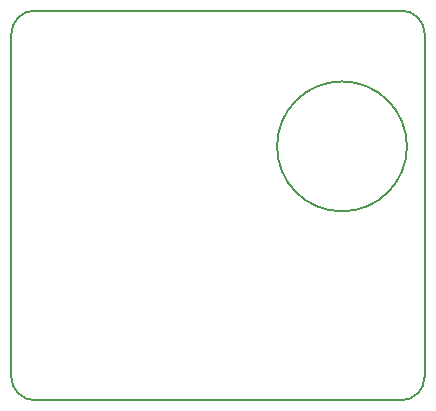
<source format=gko>
G04 #@! TF.FileFunction,Profile,NP*
%FSLAX46Y46*%
G04 Gerber Fmt 4.6, Leading zero omitted, Abs format (unit mm)*
G04 Created by KiCad (PCBNEW 4.0.7) date 06/26/19 20:58:35*
%MOMM*%
%LPD*%
G01*
G04 APERTURE LIST*
%ADD10C,0.100000*%
%ADD11C,0.150000*%
G04 APERTURE END LIST*
D10*
D11*
X256498000Y-102865000D02*
G75*
G03X256498000Y-102865000I-5500000J0D01*
G01*
X255998000Y-91365000D02*
X224998000Y-91365000D01*
X257998000Y-122365000D02*
X257998000Y-93365000D01*
X224998000Y-124365000D02*
X255998000Y-124365000D01*
X222998000Y-93365000D02*
X222998000Y-122365000D01*
X222998000Y-122365000D02*
G75*
G03X224998000Y-124365000I2000000J0D01*
G01*
X255998000Y-124365000D02*
G75*
G03X257998000Y-122365000I0J2000000D01*
G01*
X257998000Y-93365000D02*
G75*
G03X255998000Y-91365000I-2000000J0D01*
G01*
X224998000Y-91365000D02*
G75*
G03X222998000Y-93365000I0J-2000000D01*
G01*
M02*

</source>
